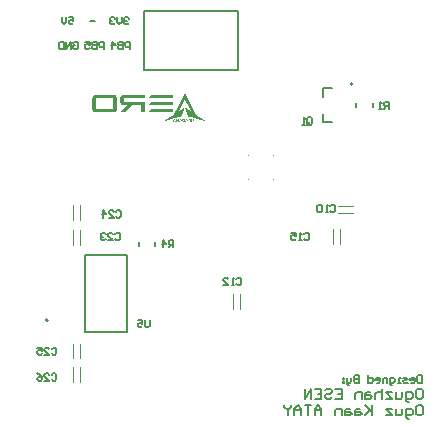
<source format=gbo>
G04*
G04 #@! TF.GenerationSoftware,Altium Limited,Altium Designer,22.10.1 (41)*
G04*
G04 Layer_Color=32896*
%FSLAX25Y25*%
%MOIN*%
G70*
G04*
G04 #@! TF.SameCoordinates,0245A464-56C0-4E7C-B2BA-3340792428E8*
G04*
G04*
G04 #@! TF.FilePolarity,Positive*
G04*
G01*
G75*
%ADD10C,0.00394*%
%ADD11C,0.00787*%
%ADD12C,0.00000*%
%ADD15C,0.00500*%
%ADD18C,0.00551*%
%ADD104C,0.00658*%
%ADD105C,0.00591*%
G36*
X72657Y124357D02*
X64546D01*
Y124399D01*
X64588D01*
Y124441D01*
X64630D01*
Y124483D01*
X64672D01*
Y124525D01*
X64755D01*
Y124608D01*
X64797D01*
Y124650D01*
X64839D01*
Y124692D01*
X64881D01*
Y124734D01*
X64922D01*
Y124776D01*
X64964D01*
Y124817D01*
X65006D01*
Y124859D01*
X65090D01*
Y124901D01*
X65131D01*
Y124985D01*
X65173D01*
Y125026D01*
X65215D01*
Y125068D01*
X65257D01*
Y125110D01*
X65299D01*
Y125152D01*
X65382D01*
Y125194D01*
X65424D01*
Y125235D01*
X65466D01*
Y125319D01*
X65508D01*
Y125361D01*
X65550D01*
Y125403D01*
X65591D01*
Y125444D01*
X65633D01*
Y125486D01*
X72657D01*
Y124357D01*
D02*
G37*
G36*
Y122016D02*
X64546D01*
Y122058D01*
X64588D01*
Y122099D01*
X64630D01*
Y122141D01*
X64672D01*
Y122183D01*
X64713D01*
Y122225D01*
X64755D01*
Y122267D01*
X64797D01*
Y122309D01*
X64839D01*
Y122350D01*
X64881D01*
Y122392D01*
X64922D01*
Y122434D01*
X64964D01*
Y122476D01*
X65006D01*
Y122518D01*
X65048D01*
Y122559D01*
X65090D01*
Y122601D01*
X65131D01*
Y122643D01*
X65173D01*
Y122685D01*
X65215D01*
Y122727D01*
X65257D01*
Y122768D01*
X65299D01*
Y122810D01*
X65341D01*
Y122852D01*
X65382D01*
Y122894D01*
X65424D01*
Y122936D01*
X65466D01*
Y122978D01*
X65508D01*
Y123019D01*
X65550D01*
Y123061D01*
X65591D01*
Y123103D01*
X65633D01*
Y123145D01*
X65675D01*
Y123187D01*
X72657D01*
Y122016D01*
D02*
G37*
G36*
X76797Y126030D02*
X76838D01*
Y125946D01*
X76880D01*
Y125863D01*
X76922D01*
Y125779D01*
X76964D01*
Y125695D01*
X77006D01*
Y125612D01*
X77048D01*
Y125528D01*
X77089D01*
Y125444D01*
X77131D01*
Y125361D01*
X77173D01*
Y125277D01*
X77215D01*
Y125194D01*
X77257D01*
Y125110D01*
X77298D01*
Y125026D01*
X77340D01*
Y124985D01*
X77382D01*
Y124901D01*
X77424D01*
Y124817D01*
X77466D01*
Y124734D01*
X77508D01*
Y124650D01*
X77549D01*
Y124566D01*
X77591D01*
Y124483D01*
X77633D01*
Y124399D01*
X77675D01*
Y124316D01*
X77717D01*
Y124232D01*
X77758D01*
Y124148D01*
X77800D01*
Y124065D01*
X77842D01*
Y123981D01*
X77884D01*
Y123897D01*
X77926D01*
Y123814D01*
X77967D01*
Y123730D01*
X78009D01*
Y123647D01*
X78051D01*
Y123563D01*
X78093D01*
Y123479D01*
X78135D01*
Y123396D01*
X78176D01*
Y123312D01*
X78218D01*
Y123228D01*
X78260D01*
Y123187D01*
X78302D01*
Y123103D01*
X78344D01*
Y123019D01*
X78386D01*
Y122936D01*
X78427D01*
Y122852D01*
X78469D01*
Y122768D01*
X78511D01*
Y122685D01*
X78553D01*
Y122601D01*
X78595D01*
Y122518D01*
X78636D01*
Y122434D01*
X78678D01*
Y122350D01*
X78720D01*
Y122267D01*
X78762D01*
Y122183D01*
X78804D01*
Y122099D01*
X78846D01*
Y122016D01*
X78887D01*
Y121932D01*
X78929D01*
Y121849D01*
X78971D01*
Y121807D01*
X79013D01*
Y121723D01*
X79054D01*
Y121640D01*
X79096D01*
Y121556D01*
X79138D01*
Y121472D01*
X79180D01*
Y121389D01*
X79222D01*
Y121305D01*
X79264D01*
Y121221D01*
X79305D01*
Y121138D01*
X79347D01*
Y121054D01*
X79389D01*
Y120971D01*
X79431D01*
Y120887D01*
X79473D01*
Y120803D01*
X79514D01*
Y120720D01*
X79556D01*
Y120636D01*
X79598D01*
Y120553D01*
X79640D01*
Y120469D01*
X79682D01*
Y120385D01*
X79724D01*
Y120343D01*
X79765D01*
Y120260D01*
X79807D01*
Y120134D01*
X79849D01*
Y120051D01*
X79891D01*
Y120009D01*
X79933D01*
Y119925D01*
X79974D01*
Y119842D01*
X80016D01*
Y119758D01*
X80058D01*
Y119675D01*
X80100D01*
Y119591D01*
X80142D01*
Y119507D01*
X80183D01*
Y119424D01*
X80225D01*
Y119340D01*
X80267D01*
Y119256D01*
X80309D01*
Y119173D01*
X80351D01*
Y119089D01*
X80392D01*
Y119006D01*
X80434D01*
Y118922D01*
X80476D01*
Y118880D01*
X80518D01*
Y118838D01*
X80602D01*
Y118797D01*
X80643D01*
Y118755D01*
X80727D01*
Y118713D01*
X80769D01*
Y118671D01*
X80852D01*
Y118629D01*
X80894D01*
Y118587D01*
X80978D01*
Y118546D01*
X81020D01*
Y118504D01*
X81103D01*
Y118462D01*
X81145D01*
Y118420D01*
X81229D01*
Y118378D01*
X81270D01*
Y118337D01*
X81354D01*
Y118295D01*
X81396D01*
Y118253D01*
X81480D01*
Y118211D01*
X81521D01*
Y118169D01*
X81605D01*
Y118128D01*
X81689D01*
Y118086D01*
X81730D01*
Y118044D01*
X81814D01*
Y118002D01*
X81856D01*
Y117960D01*
X81898D01*
Y117919D01*
X81981D01*
Y117877D01*
X82065D01*
Y117835D01*
X82107D01*
Y117793D01*
X82190D01*
Y117751D01*
X82232D01*
Y117709D01*
X82316D01*
Y117668D01*
X82358D01*
Y117626D01*
X82441D01*
Y117584D01*
X82483D01*
Y117542D01*
X82567D01*
Y117500D01*
X82608D01*
Y117458D01*
X82692D01*
Y117417D01*
X82734D01*
Y117375D01*
X82818D01*
Y117333D01*
X82859D01*
Y117291D01*
X82943D01*
Y117250D01*
X82985D01*
Y117208D01*
X83068D01*
Y117166D01*
X83110D01*
Y117124D01*
X83194D01*
Y117082D01*
X83277D01*
Y117040D01*
X83319D01*
Y116999D01*
X83403D01*
Y116957D01*
X83445D01*
Y116915D01*
X83528D01*
Y116873D01*
X83570D01*
Y116831D01*
X83654D01*
Y116790D01*
X83696D01*
Y116748D01*
X83570D01*
Y116790D01*
X83445D01*
Y116831D01*
X83319D01*
Y116873D01*
X83152D01*
Y116915D01*
X83027D01*
Y116957D01*
X82859D01*
Y116999D01*
X82734D01*
Y117040D01*
X82608D01*
Y117082D01*
X82441D01*
Y117124D01*
X82316D01*
Y117166D01*
X82190D01*
Y117208D01*
X82065D01*
Y117250D01*
X81898D01*
Y117291D01*
X81772D01*
Y117333D01*
X81605D01*
Y117375D01*
X81480D01*
Y117417D01*
X81354D01*
Y117458D01*
X81229D01*
Y117500D01*
X81103D01*
Y117542D01*
X80936D01*
Y117584D01*
X80811D01*
Y117626D01*
X80643D01*
Y117668D01*
X80518D01*
Y117709D01*
X80392D01*
Y117751D01*
X80267D01*
Y117793D01*
X80142D01*
Y117835D01*
X79974D01*
Y117877D01*
X79849D01*
Y117919D01*
X79682D01*
Y117960D01*
X79556D01*
Y118002D01*
X79431D01*
Y118044D01*
X79305D01*
Y118086D01*
X79180D01*
Y118128D01*
X79013D01*
Y118169D01*
X78887D01*
Y118211D01*
X78720D01*
Y118253D01*
X78386D01*
Y118295D01*
X78093D01*
Y118337D01*
X77842D01*
Y118378D01*
X77758D01*
Y118420D01*
X77717D01*
Y118546D01*
X77675D01*
Y118671D01*
X77633D01*
Y118797D01*
X77591D01*
Y118922D01*
X77549D01*
Y119047D01*
X77508D01*
Y119173D01*
X77466D01*
Y119298D01*
X77424D01*
Y119424D01*
X77382D01*
Y119549D01*
X77340D01*
Y119675D01*
X77298D01*
Y119800D01*
X77257D01*
Y119925D01*
X77215D01*
Y120051D01*
X77173D01*
Y120176D01*
X77131D01*
Y120302D01*
X77089D01*
Y120427D01*
X77048D01*
Y120553D01*
X77006D01*
Y120678D01*
X76964D01*
Y120803D01*
X76922D01*
Y120929D01*
X76880D01*
Y121096D01*
X76838D01*
Y121221D01*
X76797D01*
Y121305D01*
X76838D01*
Y121263D01*
X76880D01*
Y121221D01*
X76964D01*
Y121180D01*
X77006D01*
Y121138D01*
X77089D01*
Y121096D01*
X77173D01*
Y121054D01*
X77215D01*
Y121012D01*
X77298D01*
Y120971D01*
X77340D01*
Y120929D01*
X77424D01*
Y120887D01*
X77466D01*
Y120845D01*
X77549D01*
Y120803D01*
X77591D01*
Y120762D01*
X77675D01*
Y120720D01*
X77717D01*
Y120678D01*
X77800D01*
Y120636D01*
X77842D01*
Y120594D01*
X77926D01*
Y120553D01*
X77967D01*
Y120511D01*
X78051D01*
Y120469D01*
X78093D01*
Y120427D01*
X78176D01*
Y120385D01*
X78218D01*
Y120343D01*
X78302D01*
Y120302D01*
X78344D01*
Y120260D01*
X78427D01*
Y120218D01*
X78469D01*
Y120176D01*
X78553D01*
Y120134D01*
X78595D01*
Y120093D01*
X78678D01*
Y120051D01*
X78720D01*
Y120009D01*
X78804D01*
Y120051D01*
X78762D01*
Y120134D01*
X78720D01*
Y120218D01*
X78678D01*
Y120302D01*
X78636D01*
Y120385D01*
X78595D01*
Y120469D01*
X78553D01*
Y120553D01*
X78511D01*
Y120636D01*
X78469D01*
Y120720D01*
X78427D01*
Y120803D01*
X78386D01*
Y120887D01*
X78344D01*
Y120971D01*
X78302D01*
Y121054D01*
X78260D01*
Y121138D01*
X78218D01*
Y121180D01*
X78176D01*
Y121263D01*
X78135D01*
Y121389D01*
X78093D01*
Y121472D01*
X78051D01*
Y121514D01*
X78009D01*
Y121598D01*
X77967D01*
Y121681D01*
X77926D01*
Y121765D01*
X77884D01*
Y121849D01*
X77842D01*
Y121932D01*
X77800D01*
Y122016D01*
X77758D01*
Y122099D01*
X77717D01*
Y122183D01*
X77675D01*
Y122267D01*
X77633D01*
Y122350D01*
X77591D01*
Y122434D01*
X77549D01*
Y122518D01*
X77508D01*
Y122601D01*
X77466D01*
Y122685D01*
X77424D01*
Y122768D01*
X77382D01*
Y122852D01*
X77340D01*
Y122936D01*
X77298D01*
Y122978D01*
X77257D01*
Y123061D01*
X77215D01*
Y123145D01*
X77173D01*
Y123228D01*
X77131D01*
Y123312D01*
X77089D01*
Y123396D01*
X77048D01*
Y123479D01*
X77006D01*
Y123563D01*
X76964D01*
Y123647D01*
X76922D01*
Y123730D01*
X76880D01*
Y123814D01*
X76838D01*
Y123897D01*
X76797D01*
Y123981D01*
X76713D01*
Y123897D01*
X76671D01*
Y123814D01*
X76630D01*
Y123730D01*
X76588D01*
Y123647D01*
X76546D01*
Y123563D01*
X76504D01*
Y123479D01*
X76462D01*
Y123396D01*
X76420D01*
Y123312D01*
X76379D01*
Y123228D01*
X76337D01*
Y123145D01*
X76295D01*
Y123061D01*
X76253D01*
Y122978D01*
X76211D01*
Y122936D01*
X76170D01*
Y122810D01*
X76128D01*
Y122727D01*
X76086D01*
Y122643D01*
X76044D01*
Y122601D01*
X76002D01*
Y122518D01*
X75960D01*
Y122434D01*
X75919D01*
Y122350D01*
X75877D01*
Y122267D01*
X75835D01*
Y122183D01*
X75793D01*
Y122099D01*
X75752D01*
Y122016D01*
X75710D01*
Y121932D01*
X75668D01*
Y121849D01*
X75626D01*
Y121765D01*
X75584D01*
Y121681D01*
X75542D01*
Y121598D01*
X75501D01*
Y121514D01*
X75459D01*
Y121431D01*
X75417D01*
Y121347D01*
X75375D01*
Y121263D01*
X75333D01*
Y121180D01*
X75292D01*
Y121138D01*
X75250D01*
Y121054D01*
X75208D01*
Y120971D01*
X75166D01*
Y120887D01*
X75124D01*
Y120803D01*
X75082D01*
Y120720D01*
X75041D01*
Y120636D01*
X74999D01*
Y120553D01*
X74957D01*
Y120469D01*
X74915D01*
Y120385D01*
X74873D01*
Y120302D01*
X74832D01*
Y120218D01*
X74790D01*
Y120134D01*
X74748D01*
Y120093D01*
X74832D01*
Y120134D01*
X74873D01*
Y120176D01*
X74957D01*
Y120218D01*
X74999D01*
Y120260D01*
X75082D01*
Y120302D01*
X75124D01*
Y120343D01*
X75166D01*
Y120385D01*
X75250D01*
Y120427D01*
X75333D01*
Y120469D01*
X75375D01*
Y120511D01*
X75459D01*
Y120553D01*
X75501D01*
Y120594D01*
X75584D01*
Y120636D01*
X75626D01*
Y120678D01*
X75710D01*
Y120720D01*
X75752D01*
Y120762D01*
X75835D01*
Y120803D01*
X75877D01*
Y120845D01*
X75960D01*
Y120887D01*
X76002D01*
Y120929D01*
X76086D01*
Y120971D01*
X76128D01*
Y121012D01*
X76211D01*
Y121054D01*
X76253D01*
Y121096D01*
X76337D01*
Y121138D01*
X76420D01*
Y121180D01*
X76462D01*
Y121221D01*
X76504D01*
Y121263D01*
X76588D01*
Y121305D01*
X76630D01*
Y121180D01*
X76588D01*
Y121054D01*
X76546D01*
Y120929D01*
X76504D01*
Y120803D01*
X76462D01*
Y120678D01*
X76420D01*
Y120553D01*
X76379D01*
Y120427D01*
X76337D01*
Y120302D01*
X76295D01*
Y120176D01*
X76253D01*
Y120051D01*
X76211D01*
Y119925D01*
X76170D01*
Y119800D01*
X76128D01*
Y119675D01*
X76086D01*
Y119549D01*
X76044D01*
Y119382D01*
X76002D01*
Y119256D01*
X75960D01*
Y119173D01*
X75919D01*
Y119047D01*
X75877D01*
Y118922D01*
X75835D01*
Y118797D01*
X75793D01*
Y118671D01*
X75752D01*
Y118504D01*
X75710D01*
Y118378D01*
X75542D01*
Y118337D01*
X75250D01*
Y118295D01*
X74999D01*
Y118253D01*
X74664D01*
Y118211D01*
X74497D01*
Y118169D01*
X74372D01*
Y118128D01*
X74246D01*
Y118086D01*
X74121D01*
Y118044D01*
X73995D01*
Y118002D01*
X73828D01*
Y117960D01*
X73703D01*
Y117919D01*
X73536D01*
Y117877D01*
X73410D01*
Y117835D01*
X73285D01*
Y117793D01*
X73159D01*
Y117751D01*
X73034D01*
Y117709D01*
X72866D01*
Y117668D01*
X72741D01*
Y117626D01*
X72616D01*
Y117584D01*
X72448D01*
Y117542D01*
X72323D01*
Y117500D01*
X72156D01*
Y117458D01*
X72030D01*
Y117417D01*
X71905D01*
Y117375D01*
X71779D01*
Y117333D01*
X71654D01*
Y117291D01*
X71487D01*
Y117250D01*
X71361D01*
Y117208D01*
X71194D01*
Y117166D01*
X71069D01*
Y117124D01*
X70943D01*
Y117082D01*
X70818D01*
Y117040D01*
X70692D01*
Y116999D01*
X70525D01*
Y116957D01*
X70400D01*
Y116915D01*
X70232D01*
Y116873D01*
X70107D01*
Y116831D01*
X69982D01*
Y116790D01*
X69856D01*
Y116748D01*
X69731D01*
Y116790D01*
X69772D01*
Y116831D01*
X69856D01*
Y116873D01*
X69898D01*
Y116915D01*
X69982D01*
Y116957D01*
X70023D01*
Y116999D01*
X70107D01*
Y117040D01*
X70149D01*
Y117082D01*
X70232D01*
Y117124D01*
X70274D01*
Y117166D01*
X70358D01*
Y117208D01*
X70442D01*
Y117250D01*
X70483D01*
Y117291D01*
X70567D01*
Y117333D01*
X70609D01*
Y117375D01*
X70651D01*
Y117417D01*
X70734D01*
Y117458D01*
X70818D01*
Y117500D01*
X70860D01*
Y117542D01*
X70943D01*
Y117584D01*
X70985D01*
Y117626D01*
X71069D01*
Y117668D01*
X71110D01*
Y117709D01*
X71194D01*
Y117751D01*
X71236D01*
Y117793D01*
X71320D01*
Y117835D01*
X71361D01*
Y117877D01*
X71445D01*
Y117919D01*
X71487D01*
Y117960D01*
X71570D01*
Y118002D01*
X71612D01*
Y118044D01*
X71696D01*
Y118086D01*
X71738D01*
Y118128D01*
X71821D01*
Y118169D01*
X71905D01*
Y118211D01*
X71947D01*
Y118253D01*
X72030D01*
Y118295D01*
X72072D01*
Y118337D01*
X72114D01*
Y118378D01*
X72198D01*
Y118420D01*
X72281D01*
Y118462D01*
X72323D01*
Y118504D01*
X72407D01*
Y118546D01*
X72448D01*
Y118587D01*
X72532D01*
Y118629D01*
X72574D01*
Y118671D01*
X72657D01*
Y118713D01*
X72699D01*
Y118755D01*
X72783D01*
Y118797D01*
X72825D01*
Y118838D01*
X72908D01*
Y118880D01*
X72950D01*
Y118922D01*
X73034D01*
Y118964D01*
X73076D01*
Y119006D01*
X73117D01*
Y119089D01*
X73159D01*
Y119173D01*
X73201D01*
Y119256D01*
X73243D01*
Y119340D01*
X73285D01*
Y119424D01*
X73326D01*
Y119507D01*
X73368D01*
Y119591D01*
X73410D01*
Y119675D01*
X73452D01*
Y119758D01*
X73494D01*
Y119842D01*
X73536D01*
Y119925D01*
X73577D01*
Y120009D01*
X73619D01*
Y120093D01*
X73661D01*
Y120134D01*
X73703D01*
Y120218D01*
X73744D01*
Y120302D01*
X73786D01*
Y120385D01*
X73828D01*
Y120469D01*
X73870D01*
Y120553D01*
X73912D01*
Y120636D01*
X73954D01*
Y120720D01*
X73995D01*
Y120803D01*
X74037D01*
Y120887D01*
X74079D01*
Y120971D01*
X74121D01*
Y121054D01*
X74163D01*
Y121138D01*
X74204D01*
Y121221D01*
X74246D01*
Y121305D01*
X74288D01*
Y121389D01*
X74330D01*
Y121472D01*
X74372D01*
Y121514D01*
X74414D01*
Y121598D01*
X74455D01*
Y121681D01*
X74497D01*
Y121765D01*
X74539D01*
Y121849D01*
X74581D01*
Y121932D01*
X74623D01*
Y122016D01*
X74664D01*
Y122099D01*
X74706D01*
Y122183D01*
X74748D01*
Y122267D01*
X74790D01*
Y122350D01*
X74832D01*
Y122434D01*
X74873D01*
Y122518D01*
X74915D01*
Y122601D01*
X74957D01*
Y122685D01*
X74999D01*
Y122768D01*
X75041D01*
Y122852D01*
X75082D01*
Y122936D01*
X75124D01*
Y123019D01*
X75166D01*
Y123103D01*
X75208D01*
Y123187D01*
X75250D01*
Y123270D01*
X75292D01*
Y123312D01*
X75333D01*
Y123396D01*
X75375D01*
Y123479D01*
X75417D01*
Y123563D01*
X75459D01*
Y123647D01*
X75501D01*
Y123730D01*
X75542D01*
Y123814D01*
X75584D01*
Y123897D01*
X75626D01*
Y123981D01*
X75668D01*
Y124065D01*
X75710D01*
Y124148D01*
X75752D01*
Y124232D01*
X75793D01*
Y124316D01*
X75835D01*
Y124399D01*
X75877D01*
Y124483D01*
X75919D01*
Y124566D01*
X75960D01*
Y124650D01*
X76002D01*
Y124692D01*
X76044D01*
Y124776D01*
X76086D01*
Y124859D01*
X76128D01*
Y124943D01*
X76170D01*
Y125026D01*
X76211D01*
Y125110D01*
X76253D01*
Y125194D01*
X76295D01*
Y125277D01*
X76337D01*
Y125361D01*
X76379D01*
Y125444D01*
X76420D01*
Y125528D01*
X76462D01*
Y125612D01*
X76504D01*
Y125695D01*
X76546D01*
Y125779D01*
X76588D01*
Y125863D01*
X76630D01*
Y125946D01*
X76671D01*
Y126030D01*
X76713D01*
Y126113D01*
X76797D01*
Y126030D01*
D02*
G37*
G36*
X72657Y119716D02*
X64546D01*
Y119758D01*
X64588D01*
Y119800D01*
X64630D01*
Y119842D01*
X64672D01*
Y119884D01*
X64713D01*
Y119925D01*
X64755D01*
Y119967D01*
X64797D01*
Y120009D01*
X64839D01*
Y120051D01*
X64881D01*
Y120093D01*
X64922D01*
Y120134D01*
X64964D01*
Y120176D01*
X65006D01*
Y120218D01*
X65048D01*
Y120260D01*
X65090D01*
Y120302D01*
X65131D01*
Y120343D01*
X65173D01*
Y120385D01*
X65215D01*
Y120427D01*
X65257D01*
Y120469D01*
X65299D01*
Y120511D01*
X65341D01*
Y120553D01*
X65382D01*
Y120594D01*
X65424D01*
Y120636D01*
X65466D01*
Y120678D01*
X65508D01*
Y120720D01*
X65550D01*
Y120762D01*
X65591D01*
Y120803D01*
X65633D01*
Y120845D01*
X72657D01*
Y119716D01*
D02*
G37*
G36*
X63375Y125444D02*
Y125403D01*
Y124357D01*
X56435D01*
Y124316D01*
X56393D01*
Y123187D01*
X63375D01*
Y119716D01*
X62205D01*
Y122016D01*
X58985D01*
Y121974D01*
X58943D01*
Y121932D01*
X58902D01*
Y121890D01*
X58860D01*
Y121849D01*
X58818D01*
Y121807D01*
X58776D01*
Y121765D01*
X58734D01*
Y121723D01*
X58693D01*
Y121681D01*
X58651D01*
Y121640D01*
X58609D01*
Y121598D01*
X58567D01*
Y121556D01*
X58525D01*
Y121514D01*
X58483D01*
Y121472D01*
X58442D01*
Y121431D01*
X58400D01*
Y121389D01*
X58358D01*
Y121347D01*
X58316D01*
Y121305D01*
X58275D01*
Y121263D01*
X58233D01*
Y121221D01*
X58191D01*
Y121180D01*
X58149D01*
Y121138D01*
X58107D01*
Y121096D01*
X58065D01*
Y121054D01*
X58024D01*
Y121012D01*
X57982D01*
Y120971D01*
X57940D01*
Y120929D01*
X57898D01*
Y120887D01*
X57856D01*
Y120845D01*
X57815D01*
Y120803D01*
X57773D01*
Y120762D01*
X57731D01*
Y120720D01*
X57689D01*
Y120678D01*
X57647D01*
Y120636D01*
X57605D01*
Y120594D01*
X57564D01*
Y120553D01*
X57522D01*
Y120511D01*
X57480D01*
Y120469D01*
X57438D01*
Y120427D01*
X57397D01*
Y120385D01*
X57355D01*
Y120343D01*
X57313D01*
Y120302D01*
X57271D01*
Y120260D01*
X57229D01*
Y120218D01*
X57187D01*
Y120176D01*
X57146D01*
Y120134D01*
X57104D01*
Y120093D01*
X57062D01*
Y120051D01*
X57020D01*
Y120009D01*
X56978D01*
Y119967D01*
X56937D01*
Y119925D01*
X56895D01*
Y119884D01*
X56853D01*
Y119842D01*
X56811D01*
Y119800D01*
X56769D01*
Y119758D01*
X56727D01*
Y119716D01*
X55264D01*
Y119758D01*
X55306D01*
Y119800D01*
X55348D01*
Y119842D01*
X55389D01*
Y119884D01*
X55431D01*
Y119925D01*
X55473D01*
Y119967D01*
X55515D01*
Y120009D01*
X55557D01*
Y120051D01*
X55599D01*
Y120093D01*
X55640D01*
Y120134D01*
X55682D01*
Y120176D01*
X55724D01*
Y120218D01*
X55766D01*
Y120260D01*
X55808D01*
Y120302D01*
X55849D01*
Y120343D01*
X55891D01*
Y120385D01*
X55933D01*
Y120427D01*
X55975D01*
Y120469D01*
X56017D01*
Y120511D01*
X56059D01*
Y120553D01*
X56100D01*
Y120594D01*
X56142D01*
Y120636D01*
X56184D01*
Y120678D01*
X56226D01*
Y120720D01*
X56268D01*
Y120762D01*
X56309D01*
Y120803D01*
X56351D01*
Y120845D01*
X56393D01*
Y120887D01*
X56435D01*
Y120929D01*
X56477D01*
Y120971D01*
X56518D01*
Y121012D01*
X56560D01*
Y121054D01*
X56602D01*
Y121096D01*
X56644D01*
Y121138D01*
X56686D01*
Y121180D01*
X56727D01*
Y121221D01*
X56769D01*
Y121263D01*
X56811D01*
Y121305D01*
X56853D01*
Y121347D01*
X56895D01*
Y121389D01*
X56937D01*
Y121431D01*
X56978D01*
Y121472D01*
X57020D01*
Y121514D01*
X57062D01*
Y121556D01*
X57104D01*
Y121598D01*
X57146D01*
Y121640D01*
X57187D01*
Y121681D01*
X57229D01*
Y121723D01*
X57271D01*
Y121765D01*
X57313D01*
Y121807D01*
X57355D01*
Y121849D01*
X57397D01*
Y121890D01*
X57438D01*
Y121932D01*
X57480D01*
Y121974D01*
X57522D01*
Y122016D01*
X56142D01*
Y122058D01*
X55933D01*
Y122099D01*
X55808D01*
Y122141D01*
X55724D01*
Y122183D01*
X55640D01*
Y122225D01*
X55599D01*
Y122267D01*
X55557D01*
Y122309D01*
X55515D01*
Y122350D01*
X55473D01*
Y122392D01*
X55431D01*
Y122476D01*
X55389D01*
Y122518D01*
X55348D01*
Y122601D01*
X55306D01*
Y122768D01*
X55264D01*
Y123019D01*
X55222D01*
Y124525D01*
X55264D01*
Y124776D01*
X55306D01*
Y124901D01*
X55348D01*
Y124985D01*
X55389D01*
Y125068D01*
X55431D01*
Y125110D01*
X55473D01*
Y125152D01*
X55515D01*
Y125235D01*
X55599D01*
Y125277D01*
X55640D01*
Y125319D01*
X55682D01*
Y125361D01*
X55766D01*
Y125403D01*
X55891D01*
Y125444D01*
X56017D01*
Y125486D01*
X63375D01*
Y125444D01*
D02*
G37*
G36*
X53257D02*
X53424D01*
Y125403D01*
X53550D01*
Y125361D01*
X53633D01*
Y125319D01*
X53675D01*
Y125277D01*
X53759D01*
Y125235D01*
X53801D01*
Y125194D01*
X53843D01*
Y125110D01*
X53884D01*
Y125068D01*
X53926D01*
Y124985D01*
X53968D01*
Y124901D01*
X54010D01*
Y124776D01*
X54052D01*
Y124525D01*
X54093D01*
Y120678D01*
X54052D01*
Y120427D01*
X54010D01*
Y120302D01*
X53968D01*
Y120218D01*
X53926D01*
Y120134D01*
X53884D01*
Y120093D01*
X53843D01*
Y120009D01*
X53801D01*
Y119967D01*
X53759D01*
Y119925D01*
X53675D01*
Y119884D01*
X53633D01*
Y119842D01*
X53550D01*
Y119800D01*
X53424D01*
Y119758D01*
X53257D01*
Y119716D01*
X46735D01*
Y119758D01*
X46609D01*
Y119800D01*
X46484D01*
Y119842D01*
X46400D01*
Y119884D01*
X46358D01*
Y119925D01*
X46275D01*
Y119967D01*
X46233D01*
Y120009D01*
X46191D01*
Y120093D01*
X46149D01*
Y120134D01*
X46108D01*
Y120218D01*
X46066D01*
Y120302D01*
X46024D01*
Y120427D01*
X45982D01*
Y120636D01*
X45940D01*
Y124566D01*
X45982D01*
Y124776D01*
X46024D01*
Y124901D01*
X46066D01*
Y124985D01*
X46108D01*
Y125068D01*
X46149D01*
Y125110D01*
X46191D01*
Y125194D01*
X46233D01*
Y125235D01*
X46275D01*
Y125277D01*
X46358D01*
Y125319D01*
X46400D01*
Y125361D01*
X46484D01*
Y125403D01*
X46567D01*
Y125444D01*
X46735D01*
Y125486D01*
X53257D01*
Y125444D01*
D02*
G37*
G36*
X74623Y117375D02*
X74664D01*
Y117250D01*
Y117208D01*
X74706D01*
Y116999D01*
X74748D01*
Y116790D01*
X74790D01*
Y116664D01*
X74539D01*
Y116873D01*
X74497D01*
Y117082D01*
X74414D01*
Y117040D01*
X74372D01*
Y116957D01*
X74330D01*
Y116915D01*
X74288D01*
Y116873D01*
X74246D01*
Y116790D01*
X74204D01*
Y116748D01*
X74163D01*
Y116706D01*
X74121D01*
Y116664D01*
X73870D01*
Y116790D01*
X73828D01*
Y117040D01*
X73786D01*
Y117250D01*
X73744D01*
Y117417D01*
X73954D01*
Y117333D01*
X73995D01*
Y117124D01*
X74037D01*
Y116957D01*
X74079D01*
Y116999D01*
X74121D01*
Y117082D01*
X74163D01*
Y117124D01*
X74204D01*
Y117166D01*
X74246D01*
Y117250D01*
X74288D01*
Y117291D01*
X74330D01*
Y117333D01*
X74372D01*
Y117417D01*
X74623D01*
Y117375D01*
D02*
G37*
G36*
X79765Y117333D02*
X79807D01*
Y117291D01*
X79849D01*
Y117250D01*
X80058D01*
Y117082D01*
X79807D01*
Y117040D01*
X79849D01*
Y116831D01*
X79891D01*
Y116664D01*
X79682D01*
Y116706D01*
X79640D01*
Y116873D01*
X79598D01*
Y117082D01*
X79556D01*
Y117291D01*
X79514D01*
Y117375D01*
X79765D01*
Y117333D01*
D02*
G37*
G36*
X79514Y116831D02*
Y116790D01*
Y116706D01*
X79556D01*
Y116664D01*
X79305D01*
Y116706D01*
X79264D01*
Y116873D01*
X79514D01*
Y116831D01*
D02*
G37*
G36*
X77424Y117375D02*
X77466D01*
Y117291D01*
X77508D01*
Y117250D01*
X77549D01*
Y117166D01*
X77591D01*
Y117124D01*
X77633D01*
Y117040D01*
X77675D01*
Y116999D01*
X77717D01*
Y116957D01*
X77758D01*
Y116873D01*
X77800D01*
Y116831D01*
X77842D01*
Y116748D01*
X77884D01*
Y116664D01*
X77633D01*
Y116706D01*
X77591D01*
Y116790D01*
X77173D01*
Y116748D01*
X77131D01*
Y116664D01*
X76880D01*
Y116790D01*
X76922D01*
Y116915D01*
X76964D01*
Y117040D01*
X77006D01*
Y117166D01*
X77048D01*
Y117291D01*
X77089D01*
Y117375D01*
X77131D01*
Y117417D01*
X77424D01*
Y117375D01*
D02*
G37*
G36*
X76671Y117291D02*
X76713D01*
Y117082D01*
X76755D01*
Y116873D01*
X76797D01*
Y116664D01*
X76128D01*
Y116706D01*
X76002D01*
Y116748D01*
X75960D01*
Y116790D01*
X75919D01*
Y116831D01*
X75877D01*
Y116873D01*
X75835D01*
Y116999D01*
X75793D01*
Y117208D01*
X75835D01*
Y117291D01*
X75877D01*
Y117333D01*
X75919D01*
Y117375D01*
X76044D01*
Y117417D01*
X76671D01*
Y117291D01*
D02*
G37*
G36*
X75375Y117375D02*
X75417D01*
Y117333D01*
X75459D01*
Y117291D01*
X75501D01*
Y117208D01*
X75542D01*
Y117166D01*
X75584D01*
Y117082D01*
X75626D01*
Y117040D01*
X75668D01*
Y116957D01*
X75710D01*
Y116915D01*
X75752D01*
Y116873D01*
X75793D01*
Y116790D01*
X75835D01*
Y116748D01*
X75877D01*
Y116664D01*
X75626D01*
Y116706D01*
X75584D01*
Y116748D01*
X75542D01*
Y116790D01*
X75124D01*
Y116664D01*
X74873D01*
Y116831D01*
X74915D01*
Y116957D01*
X74957D01*
Y117082D01*
X74999D01*
Y117208D01*
X75041D01*
Y117333D01*
X75082D01*
Y117417D01*
X75375D01*
Y117375D01*
D02*
G37*
G36*
X73285D02*
X73326D01*
Y117333D01*
X73368D01*
Y117291D01*
X73410D01*
Y117208D01*
X73452D01*
Y117166D01*
X73494D01*
Y117082D01*
X73536D01*
Y117040D01*
X73577D01*
Y116957D01*
X73619D01*
Y116915D01*
X73661D01*
Y116873D01*
X73703D01*
Y116790D01*
X73744D01*
Y116748D01*
X73786D01*
Y116664D01*
X73536D01*
Y116706D01*
X73494D01*
Y116748D01*
X73452D01*
Y116790D01*
X73034D01*
Y116664D01*
X72783D01*
Y116790D01*
X72825D01*
Y116957D01*
X72866D01*
Y117082D01*
X72908D01*
Y117208D01*
X72950D01*
Y117333D01*
X72992D01*
Y117417D01*
X73285D01*
Y117375D01*
D02*
G37*
G36*
X79054Y117208D02*
X79096D01*
Y117040D01*
X79138D01*
Y116999D01*
X78553D01*
Y116873D01*
X78595D01*
Y116831D01*
X78887D01*
Y116873D01*
X79180D01*
Y116790D01*
X79138D01*
Y116748D01*
Y116706D01*
X79054D01*
Y116664D01*
X78846D01*
Y116622D01*
X78678D01*
Y116664D01*
X78469D01*
Y116706D01*
X78386D01*
Y116748D01*
X78344D01*
Y116790D01*
X78302D01*
Y116915D01*
X78260D01*
Y116999D01*
X78302D01*
Y117082D01*
X78344D01*
Y117124D01*
X78427D01*
Y117166D01*
X78846D01*
Y117250D01*
X78260D01*
Y117375D01*
X79054D01*
Y117208D01*
D02*
G37*
G36*
X19242Y110802D02*
X19202D01*
Y110842D01*
X19242D01*
Y110802D01*
D02*
G37*
G36*
X19202Y110762D02*
X19162D01*
Y110802D01*
X19202D01*
Y110762D01*
D02*
G37*
G36*
X19162Y110722D02*
X19122D01*
Y110762D01*
X19162D01*
Y110722D01*
D02*
G37*
G36*
X19122Y110682D02*
X19082D01*
Y110722D01*
X19122D01*
Y110682D01*
D02*
G37*
G36*
X20599Y110003D02*
X20560D01*
Y110043D01*
X20599D01*
Y110003D01*
D02*
G37*
G36*
X22357Y109404D02*
X22397D01*
Y109364D01*
X22436D01*
Y109325D01*
X22476D01*
Y109285D01*
X22516D01*
Y109245D01*
X22556D01*
Y109205D01*
X22596D01*
Y109165D01*
X22636D01*
Y109125D01*
X22676D01*
Y109085D01*
X22716D01*
Y109045D01*
X22756D01*
Y109005D01*
X22796D01*
Y108965D01*
X22756D01*
Y109005D01*
X22716D01*
Y109045D01*
X22676D01*
Y109085D01*
X22636D01*
Y109125D01*
X22596D01*
Y109165D01*
X22556D01*
Y109205D01*
X22516D01*
Y109245D01*
X22476D01*
Y109285D01*
X22436D01*
Y109325D01*
X22397D01*
Y109364D01*
X22357D01*
Y109404D01*
X22317D01*
Y109444D01*
X22357D01*
Y109404D01*
D02*
G37*
G36*
X18603Y106090D02*
X18563D01*
Y106130D01*
X18603D01*
Y106090D01*
D02*
G37*
G36*
X106345Y105392D02*
X106408Y105375D01*
X106482Y105300D01*
X106494Y105174D01*
X106471Y105116D01*
X106385Y105053D01*
X106282Y105042D01*
X106224Y105065D01*
X106161Y105128D01*
X106150Y105174D01*
Y105185D01*
X106139Y105220D01*
X106150Y105266D01*
X106173Y105323D01*
X106184Y105346D01*
X106213Y105363D01*
X106236Y105375D01*
X106293Y105397D01*
X106345Y105392D01*
D02*
G37*
G36*
X19162Y105012D02*
X19082D01*
Y105052D01*
X19162D01*
Y105012D01*
D02*
G37*
G36*
X98062Y105317D02*
X98108Y105248D01*
X98114Y105243D01*
X98125Y105208D01*
X98114Y105140D01*
X98062Y105065D01*
X97982Y105019D01*
X97925Y105008D01*
X97827Y105048D01*
X97770Y105128D01*
X97758Y105220D01*
X97793Y105300D01*
X97810Y105317D01*
X97833Y105329D01*
X97856Y105351D01*
X97993Y105363D01*
X98062Y105317D01*
D02*
G37*
G36*
X98045Y97573D02*
X98108Y97556D01*
X98148Y97505D01*
X98177Y97464D01*
X98188Y97407D01*
X98182Y97321D01*
X98137Y97275D01*
X98125Y97252D01*
X98108Y97235D01*
X98062Y97224D01*
X98028Y97212D01*
X97959Y97224D01*
X97913Y97235D01*
X97890Y97258D01*
X97838Y97321D01*
X97827Y97424D01*
X97861Y97505D01*
X97873Y97527D01*
X97948Y97567D01*
X97959D01*
X97970Y97579D01*
X98045Y97573D01*
D02*
G37*
G36*
X106385Y97522D02*
X106442Y97453D01*
X106448Y97447D01*
X106459Y97424D01*
X106471Y97355D01*
X106425Y97252D01*
X106362Y97201D01*
X106259Y97189D01*
X106202Y97212D01*
X106179Y97224D01*
X106161Y97241D01*
X106150Y97264D01*
X106127Y97287D01*
X106115Y97424D01*
X106161Y97493D01*
X106224Y97545D01*
X106305Y97556D01*
X106385Y97522D01*
D02*
G37*
G36*
X101757Y95279D02*
X101690D01*
Y95346D01*
X101757D01*
Y95279D01*
D02*
G37*
G36*
X63118D02*
X63051D01*
Y95346D01*
X63118D01*
Y95279D01*
D02*
G37*
%LPC*%
G36*
X52881Y124357D02*
X47111D01*
Y120845D01*
X52881D01*
Y120887D01*
X52923D01*
Y124316D01*
X52881D01*
Y124357D01*
D02*
G37*
G36*
X77340Y117166D02*
X77257D01*
Y117040D01*
X77215D01*
Y116957D01*
X77424D01*
Y117040D01*
X77382D01*
Y117124D01*
X77340D01*
Y117166D01*
D02*
G37*
G36*
X76462Y117208D02*
X76128D01*
Y117166D01*
X76086D01*
Y117040D01*
Y116999D01*
Y116957D01*
X76128D01*
Y116915D01*
X76170D01*
Y116873D01*
X76253D01*
Y116831D01*
X76504D01*
Y116873D01*
X76546D01*
Y116915D01*
X76504D01*
Y117124D01*
X76462D01*
Y117208D01*
D02*
G37*
G36*
X75292D02*
X75250D01*
Y117124D01*
X75208D01*
Y116957D01*
X75417D01*
Y116999D01*
X75375D01*
Y117082D01*
X75333D01*
Y117124D01*
X75292D01*
Y117208D01*
D02*
G37*
G36*
X73243Y117166D02*
X73159D01*
Y117082D01*
X73117D01*
Y116957D01*
X73326D01*
Y116999D01*
Y117040D01*
X73285D01*
Y117082D01*
X73243D01*
Y117166D01*
D02*
G37*
%LPD*%
D10*
X128347Y75868D02*
Y80825D01*
X125984Y75871D02*
Y80828D01*
X41732Y75474D02*
Y80431D01*
X39370Y75478D02*
Y80434D01*
X39370Y37679D02*
Y42636D01*
X41732Y37676D02*
Y42633D01*
X127837Y86221D02*
X132793D01*
X127840Y88583D02*
X132797D01*
X92913Y54215D02*
Y59171D01*
X95276Y54211D02*
Y59168D01*
X41732Y83742D02*
Y88699D01*
X39370Y83745D02*
Y88702D01*
X39370Y29805D02*
Y34762D01*
X41732Y29802D02*
Y34759D01*
D11*
X31102Y50433D02*
G03*
X31102Y50433I-394J0D01*
G01*
X62992Y153543D02*
X94488D01*
Y133858D02*
Y153543D01*
X62992Y133858D02*
X94488D01*
X62992D02*
Y153543D01*
D12*
X132677Y129134D02*
G03*
X132677Y129134I-394J0D01*
G01*
D15*
X43494Y46644D02*
Y72254D01*
X57293Y46644D02*
Y72254D01*
X43494Y46644D02*
X57293D01*
X43494Y72254D02*
X57293D01*
X133937Y121555D02*
Y122894D01*
X139291Y121555D02*
Y122894D01*
X66850Y75315D02*
Y76653D01*
X61496Y75315D02*
Y76653D01*
X122638Y127756D02*
X125787D01*
X122638Y116339D02*
X125787D01*
X122638D02*
Y119095D01*
Y125000D02*
Y127756D01*
X155799Y32037D02*
Y29644D01*
X154603D01*
X154204Y30043D01*
Y31638D01*
X154603Y32037D01*
X155799D01*
X152210Y29644D02*
X153007D01*
X153406Y30043D01*
Y30841D01*
X153007Y31239D01*
X152210D01*
X151811Y30841D01*
Y30442D01*
X153406D01*
X151013Y29644D02*
X149817D01*
X149418Y30043D01*
X149817Y30442D01*
X150615D01*
X151013Y30841D01*
X150615Y31239D01*
X149418D01*
X148620Y29644D02*
X147823D01*
X148222D01*
Y31239D01*
X148620D01*
X145829Y28846D02*
X145430D01*
X145031Y29245D01*
Y31239D01*
X146228D01*
X146626Y30841D01*
Y30043D01*
X146228Y29644D01*
X145031D01*
X144233D02*
Y31239D01*
X143037D01*
X142638Y30841D01*
Y29644D01*
X140644D02*
X141442D01*
X141841Y30043D01*
Y30841D01*
X141442Y31239D01*
X140644D01*
X140245Y30841D01*
Y30442D01*
X141841D01*
X137852Y32037D02*
Y29644D01*
X139049D01*
X139447Y30043D01*
Y30841D01*
X139049Y31239D01*
X137852D01*
X134662Y32037D02*
Y29644D01*
X133465D01*
X133066Y30043D01*
Y30442D01*
X133465Y30841D01*
X134662D01*
X133465D01*
X133066Y31239D01*
Y31638D01*
X133465Y32037D01*
X134662D01*
X132269Y31239D02*
Y30043D01*
X131870Y29644D01*
X130674D01*
Y29245D01*
X131072Y28846D01*
X131471D01*
X130674Y29644D02*
Y31239D01*
X129876D02*
X129477D01*
Y30841D01*
X129876D01*
Y31239D01*
Y30043D02*
X129477D01*
Y29644D01*
X129876D01*
Y30043D01*
D18*
X72932Y74705D02*
Y77066D01*
X71752D01*
X71358Y76673D01*
Y75886D01*
X71752Y75492D01*
X72932D01*
X72145D02*
X71358Y74705D01*
X69390D02*
Y77066D01*
X70571Y75886D01*
X68997D01*
X32283Y32283D02*
X32677Y32677D01*
X33464D01*
X33857Y32283D01*
Y30709D01*
X33464Y30315D01*
X32677D01*
X32283Y30709D01*
X29921Y30315D02*
X31496D01*
X29921Y31890D01*
Y32283D01*
X30315Y32677D01*
X31102D01*
X31496Y32283D01*
X27560Y32677D02*
X28347Y32283D01*
X29134Y31496D01*
Y30709D01*
X28741Y30315D01*
X27954D01*
X27560Y30709D01*
Y31102D01*
X27954Y31496D01*
X29134D01*
X53740Y86614D02*
X54133Y87007D01*
X54920D01*
X55314Y86614D01*
Y85040D01*
X54920Y84646D01*
X54133D01*
X53740Y85040D01*
X51378Y84646D02*
X52952D01*
X51378Y86220D01*
Y86614D01*
X51772Y87007D01*
X52559D01*
X52952Y86614D01*
X49410Y84646D02*
Y87007D01*
X50591Y85827D01*
X49017D01*
X93897Y64173D02*
X94291Y64566D01*
X95078D01*
X95472Y64173D01*
Y62599D01*
X95078Y62205D01*
X94291D01*
X93897Y62599D01*
X93110Y62205D02*
X92323D01*
X92716D01*
Y64566D01*
X93110Y64173D01*
X89568Y62205D02*
X91142D01*
X89568Y63779D01*
Y64173D01*
X89961Y64566D01*
X90749D01*
X91142Y64173D01*
X125196Y88484D02*
X125590Y88878D01*
X126377D01*
X126771Y88484D01*
Y86910D01*
X126377Y86516D01*
X125590D01*
X125196Y86910D01*
X124409Y86516D02*
X123622D01*
X124016D01*
Y88878D01*
X124409Y88484D01*
X122441D02*
X122048Y88878D01*
X121261D01*
X120867Y88484D01*
Y86910D01*
X121261Y86516D01*
X122048D01*
X122441Y86910D01*
Y88484D01*
X64960Y50393D02*
Y48425D01*
X64566Y48032D01*
X63779D01*
X63386Y48425D01*
Y50393D01*
X61024D02*
X62599D01*
Y49213D01*
X61811Y49606D01*
X61418D01*
X61024Y49213D01*
Y48425D01*
X61418Y48032D01*
X62205D01*
X62599Y48425D01*
X144685Y120965D02*
Y123326D01*
X143504D01*
X143110Y122933D01*
Y122146D01*
X143504Y121752D01*
X144685D01*
X143897D02*
X143110Y120965D01*
X142323D02*
X141536D01*
X141929D01*
Y123326D01*
X142323Y122933D01*
X117520Y116044D02*
Y117618D01*
X117913Y118011D01*
X118700D01*
X119094Y117618D01*
Y116044D01*
X118700Y115650D01*
X117913D01*
X118307Y116437D02*
X117520Y115650D01*
X117913D02*
X117520Y116044D01*
X116733Y115650D02*
X115945D01*
X116339D01*
Y118011D01*
X116733Y117618D01*
X32283Y40945D02*
X32677Y41338D01*
X33464D01*
X33857Y40945D01*
Y39370D01*
X33464Y38977D01*
X32677D01*
X32283Y39370D01*
X29921Y38977D02*
X31496D01*
X29921Y40551D01*
Y40945D01*
X30315Y41338D01*
X31102D01*
X31496Y40945D01*
X27560Y41338D02*
X29134D01*
Y40157D01*
X28347Y40551D01*
X27954D01*
X27560Y40157D01*
Y39370D01*
X27954Y38977D01*
X28741D01*
X29134Y39370D01*
X53444Y79035D02*
X53838Y79429D01*
X54625D01*
X55019Y79035D01*
Y77461D01*
X54625Y77067D01*
X53838D01*
X53444Y77461D01*
X51083Y77067D02*
X52657D01*
X51083Y78642D01*
Y79035D01*
X51477Y79429D01*
X52264D01*
X52657Y79035D01*
X50296D02*
X49902Y79429D01*
X49115D01*
X48722Y79035D01*
Y78642D01*
X49115Y78248D01*
X49509D01*
X49115D01*
X48722Y77855D01*
Y77461D01*
X49115Y77067D01*
X49902D01*
X50296Y77461D01*
X116437Y79134D02*
X116830Y79527D01*
X117617D01*
X118011Y79134D01*
Y77559D01*
X117617Y77166D01*
X116830D01*
X116437Y77559D01*
X115649Y77166D02*
X114862D01*
X115256D01*
Y79527D01*
X115649Y79134D01*
X112107Y79527D02*
X113681D01*
Y78347D01*
X112894Y78740D01*
X112501D01*
X112107Y78347D01*
Y77559D01*
X112501Y77166D01*
X113288D01*
X113681Y77559D01*
D104*
X154347Y22089D02*
X155473D01*
X156035Y21526D01*
Y19275D01*
X155473Y18712D01*
X154347D01*
X153784Y19275D01*
Y21526D01*
X154347Y22089D01*
X151533Y17587D02*
X150970D01*
X150407Y18149D01*
Y20964D01*
X152096D01*
X152659Y20401D01*
Y19275D01*
X152096Y18712D01*
X150407D01*
X149282Y20964D02*
Y19275D01*
X148719Y18712D01*
X147030D01*
Y20964D01*
X145905D02*
X143654D01*
X145905Y18712D01*
X143654D01*
X139151Y22089D02*
Y18712D01*
Y19838D01*
X136900Y22089D01*
X138588Y20401D01*
X136900Y18712D01*
X135212Y20964D02*
X134086D01*
X133523Y20401D01*
Y18712D01*
X135212D01*
X135774Y19275D01*
X135212Y19838D01*
X133523D01*
X131835Y20964D02*
X130709D01*
X130146Y20401D01*
Y18712D01*
X131835D01*
X132397Y19275D01*
X131835Y19838D01*
X130146D01*
X129021Y18712D02*
Y20964D01*
X127332D01*
X126769Y20401D01*
Y18712D01*
X122267D02*
Y20964D01*
X121141Y22089D01*
X120016Y20964D01*
Y18712D01*
Y20401D01*
X122267D01*
X118890Y22089D02*
X116639D01*
X117764D01*
Y18712D01*
X115513D02*
Y20964D01*
X114388Y22089D01*
X113262Y20964D01*
Y18712D01*
Y20401D01*
X115513D01*
X112136Y22089D02*
Y21526D01*
X111011Y20401D01*
X109885Y21526D01*
Y22089D01*
X111011Y20401D02*
Y18712D01*
X154347Y27601D02*
X155473D01*
X156035Y27038D01*
Y24787D01*
X155473Y24224D01*
X154347D01*
X153784Y24787D01*
Y27038D01*
X154347Y27601D01*
X151533Y23098D02*
X150970D01*
X150407Y23661D01*
Y26475D01*
X152096D01*
X152659Y25912D01*
Y24787D01*
X152096Y24224D01*
X150407D01*
X149282Y26475D02*
Y24787D01*
X148719Y24224D01*
X147030D01*
Y26475D01*
X145905D02*
X143654D01*
X145905Y24224D01*
X143654D01*
X142528Y27601D02*
Y24224D01*
Y25912D01*
X141965Y26475D01*
X140840D01*
X140277Y25912D01*
Y24224D01*
X138588Y26475D02*
X137463D01*
X136900Y25912D01*
Y24224D01*
X138588D01*
X139151Y24787D01*
X138588Y25350D01*
X136900D01*
X135774Y24224D02*
Y26475D01*
X134086D01*
X133523Y25912D01*
Y24224D01*
X126769Y27601D02*
X129021D01*
Y24224D01*
X126769D01*
X129021Y25912D02*
X127895D01*
X123392Y27038D02*
X123955Y27601D01*
X125081D01*
X125644Y27038D01*
Y26475D01*
X125081Y25912D01*
X123955D01*
X123392Y25350D01*
Y24787D01*
X123955Y24224D01*
X125081D01*
X125644Y24787D01*
X120016Y27601D02*
X122267D01*
Y24224D01*
X120016D01*
X122267Y25912D02*
X121141D01*
X118890Y24224D02*
Y27601D01*
X116639Y24224D01*
Y27601D01*
D105*
X37993Y151377D02*
X39567D01*
Y150197D01*
X38780Y150590D01*
X38386D01*
X37993Y150197D01*
Y149409D01*
X38386Y149016D01*
X39173D01*
X39567Y149409D01*
X37205Y151377D02*
Y149803D01*
X36418Y149016D01*
X35631Y149803D01*
Y151377D01*
X58071Y150984D02*
X57677Y151377D01*
X56890D01*
X56497Y150984D01*
Y150590D01*
X56890Y150197D01*
X57284D01*
X56890D01*
X56497Y149803D01*
Y149409D01*
X56890Y149016D01*
X57677D01*
X58071Y149409D01*
X55709Y151377D02*
Y149803D01*
X54922Y149016D01*
X54135Y149803D01*
Y151377D01*
X53348Y150984D02*
X52954Y151377D01*
X52167D01*
X51774Y150984D01*
Y150590D01*
X52167Y150197D01*
X52561D01*
X52167D01*
X51774Y149803D01*
Y149409D01*
X52167Y149016D01*
X52954D01*
X53348Y149409D01*
X46654Y150197D02*
X45079D01*
X49705Y140847D02*
Y143208D01*
X48524D01*
X48130Y142814D01*
Y142027D01*
X48524Y141634D01*
X49705D01*
X47343Y143208D02*
Y140847D01*
X46163D01*
X45769Y141240D01*
Y141634D01*
X46163Y142027D01*
X47343D01*
X46163D01*
X45769Y142421D01*
Y142814D01*
X46163Y143208D01*
X47343D01*
X43408D02*
X44982D01*
Y142027D01*
X44195Y142421D01*
X43801D01*
X43408Y142027D01*
Y141240D01*
X43801Y140847D01*
X44588D01*
X44982Y141240D01*
X58366Y140847D02*
Y143208D01*
X57185D01*
X56792Y142814D01*
Y142027D01*
X57185Y141634D01*
X58366D01*
X56005Y143208D02*
Y140847D01*
X54824D01*
X54430Y141240D01*
Y141634D01*
X54824Y142027D01*
X56005D01*
X54824D01*
X54430Y142421D01*
Y142814D01*
X54824Y143208D01*
X56005D01*
X52463Y140847D02*
Y143208D01*
X53643Y142027D01*
X52069D01*
X39469Y142814D02*
X39863Y143208D01*
X40650D01*
X41043Y142814D01*
Y141240D01*
X40650Y140847D01*
X39863D01*
X39469Y141240D01*
Y142027D01*
X40256D01*
X38682Y140847D02*
Y143208D01*
X37108Y140847D01*
Y143208D01*
X36320D02*
Y140847D01*
X35140D01*
X34746Y141240D01*
Y142814D01*
X35140Y143208D01*
X36320D01*
M02*

</source>
